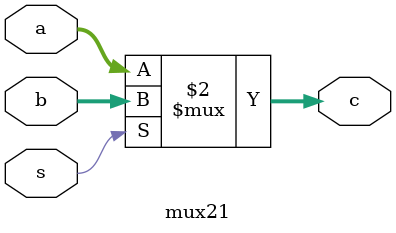
<source format=sv>
module mux21 (
    input  logic [31:0] a,
    input  logic [31:0] b,
    input  logic        s,
    output logic [31:0] c
);

    assign c = (~s) ? a : b;

endmodule


</source>
